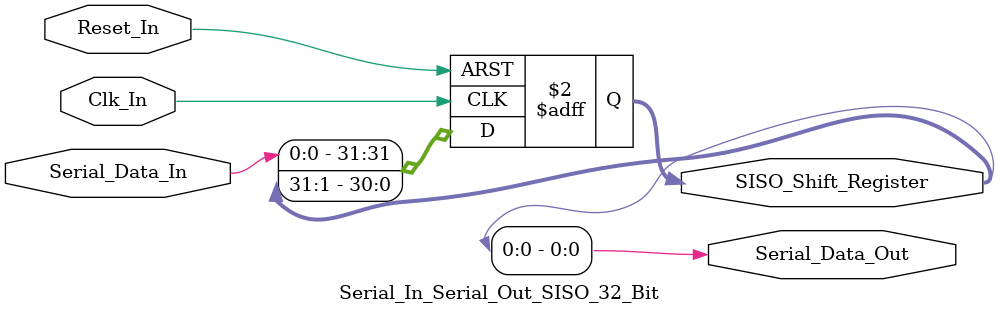
<source format=v>
/*
Verilog Code, to implement a Serial-In-Serial-Out - SISO - 32-Bit Shift Register.



Author : Prasad Narayan Ghatol
*/



module Serial_In_Serial_Out_SISO_32_Bit (
    input             Clk_In,
    input             Reset_In,

    input             Serial_Data_In,
    output            Serial_Data_Out,
    output reg [31:0] SISO_Shift_Register
);



// --------------------------------------------------
// Assignments
// --------------------------------------------------
assign Serial_Data_Out = SISO_Shift_Register[0];



// --------------------------------------------------
// Serial-In-Serial-Out - SISO - 32-Bit Shift Register Logic
// --------------------------------------------------
always @ (negedge Clk_In or posedge Reset_In)
    begin
        if (Reset_In)
            begin
                SISO_Shift_Register <= 32'b0;
            end
        else
            begin
                SISO_Shift_Register[31] <= Serial_Data_In;
                SISO_Shift_Register[30] <= SISO_Shift_Register[31];
                SISO_Shift_Register[29] <= SISO_Shift_Register[30];
                SISO_Shift_Register[28] <= SISO_Shift_Register[29];
                SISO_Shift_Register[27] <= SISO_Shift_Register[28];
                SISO_Shift_Register[26] <= SISO_Shift_Register[27];
                SISO_Shift_Register[25] <= SISO_Shift_Register[26];
                SISO_Shift_Register[24] <= SISO_Shift_Register[25];
                SISO_Shift_Register[23] <= SISO_Shift_Register[24];
                SISO_Shift_Register[22] <= SISO_Shift_Register[23];
                SISO_Shift_Register[21] <= SISO_Shift_Register[22];
                SISO_Shift_Register[20] <= SISO_Shift_Register[21];
                SISO_Shift_Register[19] <= SISO_Shift_Register[20];
                SISO_Shift_Register[18] <= SISO_Shift_Register[19];
                SISO_Shift_Register[17] <= SISO_Shift_Register[18];
                SISO_Shift_Register[16] <= SISO_Shift_Register[17];
                SISO_Shift_Register[15] <= SISO_Shift_Register[16];
                SISO_Shift_Register[14] <= SISO_Shift_Register[15];
                SISO_Shift_Register[13] <= SISO_Shift_Register[14];
                SISO_Shift_Register[12] <= SISO_Shift_Register[13];
                SISO_Shift_Register[11] <= SISO_Shift_Register[12];
                SISO_Shift_Register[10] <= SISO_Shift_Register[11];
                SISO_Shift_Register[9]  <= SISO_Shift_Register[10];
                SISO_Shift_Register[8]  <= SISO_Shift_Register[9];
                SISO_Shift_Register[7]  <= SISO_Shift_Register[8];
                SISO_Shift_Register[6]  <= SISO_Shift_Register[7];
                SISO_Shift_Register[5]  <= SISO_Shift_Register[6];
                SISO_Shift_Register[4]  <= SISO_Shift_Register[5];
                SISO_Shift_Register[3]  <= SISO_Shift_Register[4];
                SISO_Shift_Register[2]  <= SISO_Shift_Register[3];
                SISO_Shift_Register[1]  <= SISO_Shift_Register[2];
                SISO_Shift_Register[0]  <= SISO_Shift_Register[1];
            end
    end



endmodule
</source>
